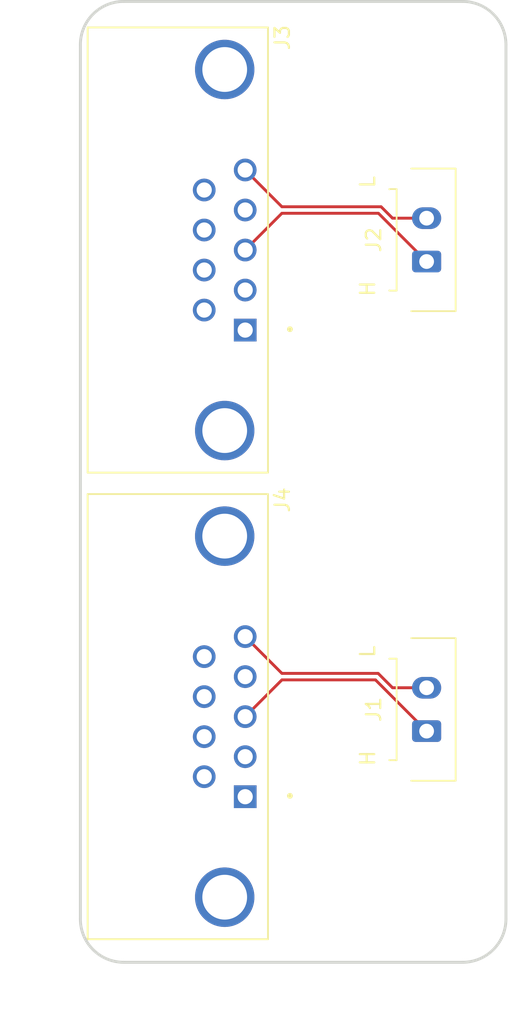
<source format=kicad_pcb>
(kicad_pcb (version 20240108) (generator "pcbnew") (generator_version "8.0")
  (layers (0 "F.Cu" signal) (31 "B.Cu" signal) (34 "B.Paste" user) (35 "F.Paste" user) (36 "B.SilkS" user "B.Silkscreen") (37 "F.SilkS" user "F.Silkscreen") (38 "B.Mask" user) (39 "F.Mask" user) (44 "Edge.Cuts" user))
  (net 0 "")
  (net 19 "/CarCAN_+")
  (net 20 "/CarCAN_-")
  (net 21 "/MotorCAN_+")
  (net 22 "/MotorCAN_-")
  (footprint "Connector_Molex:Molex_Micro-Fit_3.0_43650-0215_1x02_P3.00mm_Vertical" (layer "F.Cu") (at 157.5 68.5 90)
    (property "Reference" "J2" (at 1.5 -3.67 270) (layer "F.SilkS"))
    (property "Value" "Conn_01x02")
    (fp_line (start 5.015 -2.58) (end 4.995 -2.58) (stroke (width 0.12)) (layer "F.SilkS"))
    (fp_line (start -1.995 -2.58) (end -2.015 -2.58) (stroke (width 0.12)) (layer "F.SilkS"))
    (fp_line (start -2.015 -2.58) (end -2.015 -2.08) (stroke (width 0.12)) (layer "F.SilkS"))
    (fp_line (start 5.015 -2.08) (end 5.015 -2.58) (stroke (width 0.12)) (layer "F.SilkS"))
    (fp_line (start -2.015 -2.08) (end 5.015 -2.08) (stroke (width 0.12)) (layer "F.SilkS"))
    (fp_line (start -3.435 -1.065) (end -3.435 2.01) (stroke (width 0.12)) (layer "F.SilkS"))
    (fp_line (start 6.435 2.01) (end 6.435 -1.065) (stroke (width 0.12)) (layer "F.SilkS"))
    (fp_line (start -3.435 2.01) (end 6.435 2.01) (stroke (width 0.12)) (layer "F.SilkS"))
    (pad "" np_thru_hole circle (at -3 -1.96 90) (size 1.27 1.27) (drill 1.27) (layers "*.Cu" "*.Mask"))
    (pad "" np_thru_hole circle (at 6 -1.96 90) (size 1.27 1.27) (drill 1.27) (layers "*.Cu" "*.Mask"))
    (pad "1" thru_hole roundrect (at 0 0 90) (size 1.5 2.02) (drill 1.02) (layers "*.Cu" "*.Mask") (roundrect_rratio 0.166667) (net 19 "/CarCAN_+"))
    (pad "2" thru_hole oval (at 3 0 90) (size 1.5 2.02) (drill 1.02) (layers "*.Cu" "*.Mask") (net 20 "/CarCAN_-"))
  )
  (footprint "MountingHole:MountingHole_3.2mm_M3" (layer "F.Cu") (at 154.5 112.5)
    (property "Reference" "REF**" (hide yes))
    (property "Value" "MountingHole_3.2mm_M3")
    (pad "" np_thru_hole circle (at 0 0) (size 3.2 3.2) (drill 3.2) (layers "F&B.Cu" "*.Mask"))
  )
  (footprint "MountingHole:MountingHole_3.2mm_M3" (layer "F.Cu") (at 154.5 56.5)
    (property "Reference" "REF**" (hide yes))
    (property "Value" "MountingHole_3.2mm_M3")
    (pad "" np_thru_hole circle (at 0 0) (size 3.2 3.2) (drill 3.2) (layers "*.Cu" "*.Mask"))
  )
  (footprint "MountingHole:MountingHole_3.2mm_M3" (layer "F.Cu") (at 154.5 83.5)
    (property "Reference" "REF**" (hide yes))
    (property "Value" "MountingHole_3.2mm_M3")
    (pad "" np_thru_hole circle (at 0 0) (size 3.2 3.2) (drill 3.2) (layers "F&B.Cu" "*.Mask"))
  )
  (footprint "DB-9 Connector:AMPHENOL_L77SDE09SA4CH3R" (layer "F.Cu") (at 143.505 100 -90)
    (property "Reference" "J4" (at -15 -3.995 90) (layer "F.SilkS"))
    (property "Value" "MotorCAN DB9")
    (fp_line (start -15.405 9.5) (end 15.405 9.5) (stroke (width 0.127)) (layer "F.SilkS"))
    (fp_line (start -15.405 9.5) (end -15.405 -3) (stroke (width 0.127)) (layer "F.SilkS"))
    (fp_line (start 15.405 9.5) (end 15.405 -3) (stroke (width 0.127)) (layer "F.SilkS"))
    (fp_line (start -15.405 -3) (end 15.405 -3) (stroke (width 0.127)) (layer "F.SilkS"))
    (fp_circle (center 5.48 -4.52) (end 5.58 -4.52) (stroke (width 0.2)) (fill none) (layer "F.SilkS"))
    (pad "0" thru_hole circle (at -12.495 0 270) (size 4.116 4.116) (drill 3.1) (layers "*.Cu" "*.Mask"))
    (pad "0" thru_hole circle (at 12.495 0 270) (size 4.116 4.116) (drill 3.1) (layers "*.Cu" "*.Mask"))
    (pad "1" thru_hole rect (at 5.54 -1.42 270) (size 1.575 1.575) (drill 1.05) (layers "*.Cu" "*.Mask"))
    (pad "2" thru_hole circle (at 2.77 -1.42 270) (size 1.575 1.575) (drill 1.05) (layers "*.Cu" "*.Mask"))
    (pad "3" thru_hole circle (at 0 -1.42 270) (size 1.575 1.575) (drill 1.05) (layers "*.Cu" "*.Mask") (net 21 "/MotorCAN_+"))
    (pad "4" thru_hole circle (at -2.77 -1.42 270) (size 1.575 1.575) (drill 1.05) (layers "*.Cu" "*.Mask"))
    (pad "5" thru_hole circle (at -5.54 -1.42 270) (size 1.575 1.575) (drill 1.05) (layers "*.Cu" "*.Mask") (net 22 "/MotorCAN_-"))
    (pad "6" thru_hole circle (at 4.155 1.42 270) (size 1.575 1.575) (drill 1.05) (layers "*.Cu" "*.Mask"))
    (pad "7" thru_hole circle (at 1.385 1.42 270) (size 1.575 1.575) (drill 1.05) (layers "*.Cu" "*.Mask"))
    (pad "8" thru_hole circle (at -1.385 1.42 270) (size 1.575 1.575) (drill 1.05) (layers "*.Cu" "*.Mask"))
    (pad "9" thru_hole circle (at -4.155 1.42 270) (size 1.575 1.575) (drill 1.05) (layers "*.Cu" "*.Mask"))
  )
  (footprint "Connector_Molex:Molex_Micro-Fit_3.0_43650-0215_1x02_P3.00mm_Vertical" (layer "F.Cu") (at 157.5 101 90)
    (property "Reference" "J1" (at 1.5 -3.67 270) (layer "F.SilkS"))
    (property "Value" "Conn_01x02")
    (fp_line (start 5.015 -2.58) (end 4.995 -2.58) (stroke (width 0.12)) (layer "F.SilkS"))
    (fp_line (start -1.995 -2.58) (end -2.015 -2.58) (stroke (width 0.12)) (layer "F.SilkS"))
    (fp_line (start -2.015 -2.58) (end -2.015 -2.08) (stroke (width 0.12)) (layer "F.SilkS"))
    (fp_line (start 5.015 -2.08) (end 5.015 -2.58) (stroke (width 0.12)) (layer "F.SilkS"))
    (fp_line (start -2.015 -2.08) (end 5.015 -2.08) (stroke (width 0.12)) (layer "F.SilkS"))
    (fp_line (start -3.435 -1.065) (end -3.435 2.01) (stroke (width 0.12)) (layer "F.SilkS"))
    (fp_line (start 6.435 2.01) (end 6.435 -1.065) (stroke (width 0.12)) (layer "F.SilkS"))
    (fp_line (start -3.435 2.01) (end 6.435 2.01) (stroke (width 0.12)) (layer "F.SilkS"))
    (pad "" np_thru_hole circle (at -3 -1.96 90) (size 1.27 1.27) (drill 1.27) (layers "*.Cu" "*.Mask"))
    (pad "" np_thru_hole circle (at 6 -1.96 90) (size 1.27 1.27) (drill 1.27) (layers "*.Cu" "*.Mask"))
    (pad "1" thru_hole roundrect (at 0 0 90) (size 1.5 2.02) (drill 1.02) (layers "*.Cu" "*.Mask") (roundrect_rratio 0.166667) (net 21 "/MotorCAN_+"))
    (pad "2" thru_hole oval (at 3 0 90) (size 1.5 2.02) (drill 1.02) (layers "*.Cu" "*.Mask") (net 22 "/MotorCAN_-"))
  )
  (footprint "DB-9 Connector:AMPHENOL_L77SDE09SA4CH3R" (layer "F.Cu") (at 143.505 67.705 -90)
    (property "Reference" "J3" (at -14.705 -3.995 90) (layer "F.SilkS"))
    (property "Value" "CarCAN DB9")
    (fp_line (start -15.405 9.5) (end 15.405 9.5) (stroke (width 0.127)) (layer "F.SilkS"))
    (fp_line (start -15.405 9.5) (end -15.405 -3) (stroke (width 0.127)) (layer "F.SilkS"))
    (fp_line (start 15.405 9.5) (end 15.405 -3) (stroke (width 0.127)) (layer "F.SilkS"))
    (fp_line (start -15.405 -3) (end 15.405 -3) (stroke (width 0.127)) (layer "F.SilkS"))
    (fp_circle (center 5.48 -4.52) (end 5.58 -4.52) (stroke (width 0.2)) (fill none) (layer "F.SilkS"))
    (pad "0" thru_hole circle (at -12.495 0 270) (size 4.116 4.116) (drill 3.1) (layers "*.Cu" "*.Mask"))
    (pad "0" thru_hole circle (at 12.495 0 270) (size 4.116 4.116) (drill 3.1) (layers "*.Cu" "*.Mask"))
    (pad "1" thru_hole rect (at 5.54 -1.42 270) (size 1.575 1.575) (drill 1.05) (layers "*.Cu" "*.Mask"))
    (pad "2" thru_hole circle (at 2.77 -1.42 270) (size 1.575 1.575) (drill 1.05) (layers "*.Cu" "*.Mask"))
    (pad "3" thru_hole circle (at 0 -1.42 270) (size 1.575 1.575) (drill 1.05) (layers "*.Cu" "*.Mask") (net 19 "/CarCAN_+"))
    (pad "4" thru_hole circle (at -2.77 -1.42 270) (size 1.575 1.575) (drill 1.05) (layers "*.Cu" "*.Mask"))
    (pad "5" thru_hole circle (at -5.54 -1.42 270) (size 1.575 1.575) (drill 1.05) (layers "*.Cu" "*.Mask") (net 20 "/CarCAN_-"))
    (pad "6" thru_hole circle (at 4.155 1.42 270) (size 1.575 1.575) (drill 1.05) (layers "*.Cu" "*.Mask"))
    (pad "7" thru_hole circle (at 1.385 1.42 270) (size 1.575 1.575) (drill 1.05) (layers "*.Cu" "*.Mask"))
    (pad "8" thru_hole circle (at -1.385 1.42 270) (size 1.575 1.575) (drill 1.05) (layers "*.Cu" "*.Mask"))
    (pad "9" thru_hole circle (at -4.155 1.42 270) (size 1.575 1.575) (drill 1.05) (layers "*.Cu" "*.Mask"))
  )
  (gr_line (start 133.5 114) (end 133.5 53.5) (stroke (width 0.2)) (layer "Edge.Cuts"))
  (gr_arc (start 136.5 117) (mid 134.37868 116.12132) (end 133.5 114) (stroke (width 0.2)) (layer "Edge.Cuts"))
  (gr_arc (start 163 114) (mid 162.12132 116.12132) (end 160 117) (stroke (width 0.2)) (layer "Edge.Cuts"))
  (gr_arc (start 133.5 53.5) (mid 134.37868 51.37868) (end 136.5 50.5) (stroke (width 0.2)) (layer "Edge.Cuts"))
  (gr_line (start 160 117) (end 136.5 117) (stroke (width 0.2)) (layer "Edge.Cuts"))
  (gr_arc (start 160 50.5) (mid 162.12132 51.37868) (end 163 53.5) (stroke (width 0.2)) (layer "Edge.Cuts"))
  (gr_line (start 136.5 50.5) (end 160 50.5) (stroke (width 0.2)) (layer "Edge.Cuts"))
  (gr_line (start 163 53.5) (end 163 114) (stroke (width 0.2)) (layer "Edge.Cuts"))
  (gr_text "L" (at 154 63.5 90) (layer "F.SilkS") (effects (font (size 1 1)) (justify left bottom)))
  (gr_text "H" (at 154 71 90) (layer "F.SilkS") (effects (font (size 1 1)) (justify left bottom)))
  (gr_text "H" (at 154 103.5 90) (layer "F.SilkS") (effects (font (size 1 1)) (justify left bottom)))
  (gr_text "L" (at 154 96 90) (layer "F.SilkS") (effects (font (size 1 1)) (justify left bottom)))
  (segment (start 154.160001 65.160001) (end 147.469999 65.160001) (width 0.2) (layer "F.Cu") (net 19))
  (segment (start 157.5 68.5) (end 154.160001 65.160001) (width 0.2) (layer "F.Cu") (net 19))
  (segment (start 147.469999 65.160001) (end 144.925 67.705) (width 0.2) (layer "F.Cu") (net 19))
  (segment (start 147.469999 64.709999) (end 144.925 62.165) (width 0.2) (layer "F.Cu") (net 20))
  (segment (start 157.5 65.5) (end 155.136397 65.5) (width 0.2) (layer "F.Cu") (net 20))
  (segment (start 154.346396 64.709999) (end 147.469999 64.709999) (width 0.2) (layer "F.Cu") (net 20))
  (segment (start 155.136397 65.5) (end 154.346396 64.709999) (width 0.2) (layer "F.Cu") (net 20))
  (segment (start 157.5 101) (end 153.955001 97.455001) (width 0.2) (layer "F.Cu") (net 21))
  (segment (start 147.469999 97.455001) (end 144.925 100) (width 0.2) (layer "F.Cu") (net 21))
  (segment (start 153.955001 97.455001) (end 147.469999 97.455001) (width 0.2) (layer "F.Cu") (net 21))
  (segment (start 155.136397 98) (end 154.141396 97.004999) (width 0.2) (layer "F.Cu") (net 22))
  (segment (start 147.469999 97.004999) (end 144.925 94.46) (width 0.2) (layer "F.Cu") (net 22))
  (segment (start 157.5 98) (end 155.136397 98) (width 0.2) (layer "F.Cu") (net 22))
  (segment (start 154.141396 97.004999) (end 147.469999 97.004999) (width 0.2) (layer "F.Cu") (net 22))
)
</source>
